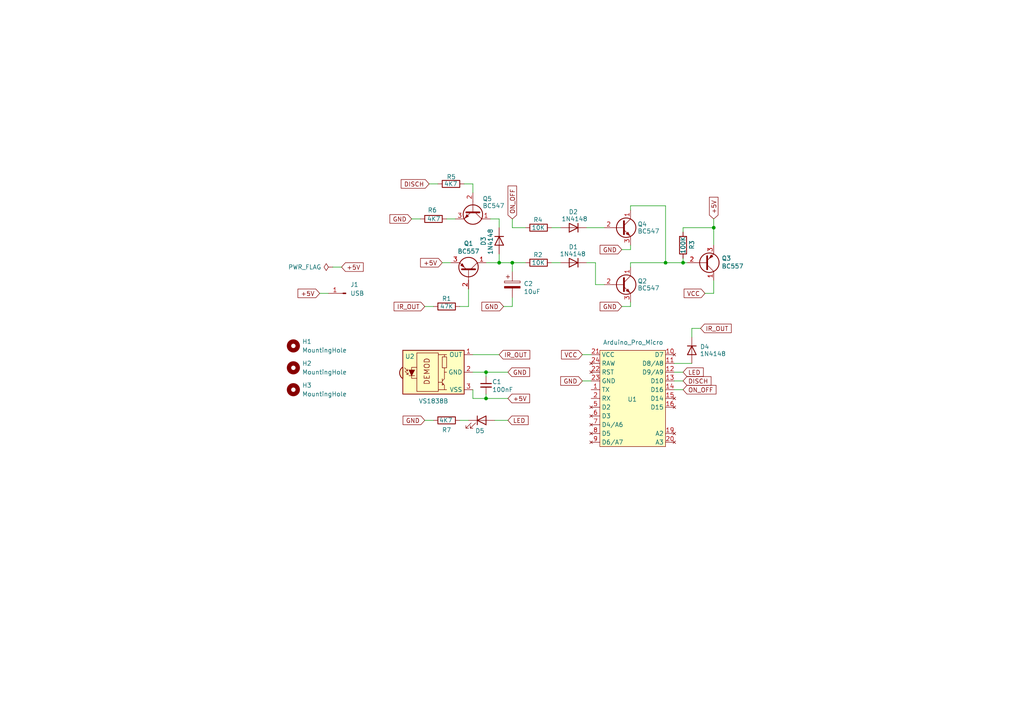
<source format=kicad_sch>
(kicad_sch (version 20250114) (generator "eeschema") (generator_version "9.0")
  (paper "A4")
  (lib_symbols
    (symbol "Connector:Conn_01x01_Pin" (pin_names (offset 1.016) (hide yes))
      (property "Reference" "J" (at 0 2.54 0))
      (property "Value" "Conn_01x01_Pin" (at 0 -2.54 0))
      (symbol "Conn_01x01_Pin_1_1"
        (rectangle (start 0.8636 0.127) (end 0 -0.127) (stroke (width 0.1524)) (fill (type outline)))
        (polyline (pts (xy 1.27 0) (xy 0.8636 0)) (stroke (width 0.1524)))
        (pin passive line (at 5.08 0 180) (length 3.81) (name "Pin_1") (number "1"))
      )
    )
    (symbol "Custom:VS1838B"
      (property "Reference" "U2" (at -8.128 4.572 0))
      (property "Value" "VS1838B" (at -1.27 -8.382 0))
      (symbol "VS1838B_0_0"
        (arc (start -10.287 -1.778) (mid -11.0899 -0.1905) (end -10.287 1.397) (stroke (width 0.254)) (fill (type background)))
        (polyline (pts (xy 1.905 5.08) (xy 0.127 5.08)))
        (polyline (pts (xy 1.905 -5.08) (xy 0.127 -5.08)))
        (text "DEMOD" (at -3.175 0.254 900) (effects (font (size 1.524 1.524))))
      )
      (symbol "VS1838B_0_1"
        (polyline (pts (xy -8.763 0.381) (xy -9.652 1.27)))
        (polyline (pts (xy -8.763 0.381) (xy -9.271 0.381)))
        (polyline (pts (xy -8.763 0.381) (xy -8.763 0.889)))
        (polyline (pts (xy -8.636 -0.635) (xy -9.525 0.254)))
        (polyline (pts (xy -8.636 -0.635) (xy -9.144 -0.635)))
        (polyline (pts (xy -8.636 -0.635) (xy -8.636 -0.127)))
        (polyline (pts (xy -8.382 0.635) (xy -6.731 0.635) (xy -7.62 -1.016) (xy -8.382 0.635)) (fill (type outline)))
        (polyline (pts (xy -8.382 -1.016) (xy -6.731 -1.016)))
        (rectangle (start -6.096 5.588) (end 0.127 -5.588))
        (polyline (pts (xy -6.096 1.397) (xy -7.62 1.397) (xy -7.62 -1.778) (xy -6.096 -1.778)))
        (polyline (pts (xy 1.27 -1.905) (xy 1.27 -3.81)))
        (polyline (pts (xy 1.27 -2.54) (xy 1.905 -1.905) (xy 1.905 0) (xy 2.54 0)))
        (polyline (pts (xy 1.27 -2.921) (xy 0.127 -2.921)))
        (polyline (pts (xy 1.27 -3.175) (xy 1.905 -3.81) (xy 1.905 -5.08) (xy 2.54 -5.08)))
        (polyline (pts (xy 1.397 -3.556) (xy 1.524 -3.556)))
        (polyline (pts (xy 1.651 -3.556) (xy 1.524 -3.556)))
        (polyline (pts (xy 1.651 -3.556) (xy 1.651 -3.302)))
        (polyline (pts (xy 1.905 4.445) (xy 1.905 5.08) (xy 2.54 5.08)))
        (polyline (pts (xy 1.905 0) (xy 1.905 1.27)))
        (rectangle (start 2.54 1.27) (end 1.27 4.445))
        (rectangle (start 7.62 6.35) (end -10.16 -6.35) (stroke (width 0.254)) (fill (type background)))
      )
      (symbol "VS1838B_1_1"
        (pin output line (at 10.16 5.08 180) (length 2.54) (name "OUT") (number "1"))
        (pin passive line (at 10.16 0 180) (length 2.54) (name "GND") (number "2"))
        (pin power_in line (at 10.16 -5.08 180) (length 2.54) (name "VSS") (number "3"))
      )
    )
    (symbol "D_1" (pin_numbers (hide yes)) (pin_names (offset 1.016) (hide yes))
      (property "Reference" "D5" (at -1.27 -3.048 0))
      (property "Value" "1N5817" (at -3.302 -5.334 0))
      (symbol "D_1_0_1"
        (polyline (pts (xy -1.27 1.27) (xy -1.27 -1.27)) (stroke (width 0.254)))
        (polyline (pts (xy 1.27 1.27) (xy 1.27 -1.27) (xy -1.27 0) (xy 1.27 1.27)) (stroke (width 0.254)))
        (polyline (pts (xy 1.27 0) (xy -1.27 0)))
      )
      (symbol "D_1_1_1"
        (pin passive line (at -3.81 0 0) (length 2.54) (name "K") (number "1"))
        (pin passive line (at 3.81 0 180) (length 2.54) (name "A") (number "2"))
      )
    )
    (symbol "Device:C_Polarized" (pin_numbers (hide yes)) (pin_names (offset 0.254))
      (property "Reference" "C" (at 0.635 2.54 0))
      (property "Value" "C_Polarized" (at 0.635 -2.54 0))
      (symbol "C_Polarized_0_1"
        (rectangle (start -2.286 0.508) (end 2.286 1.016))
        (polyline (pts (xy -1.778 2.286) (xy -0.762 2.286)))
        (polyline (pts (xy -1.27 2.794) (xy -1.27 1.778)))
        (rectangle (start 2.286 -0.508) (end -2.286 -1.016) (fill (type outline)))
      )
      (symbol "C_Polarized_1_1"
        (pin passive line (at 0 3.81 270) (length 2.794) (name "~") (number "1"))
        (pin passive line (at 0 -3.81 90) (length 2.794) (name "~") (number "2"))
      )
    )
    (symbol "Device:D" (pin_numbers (hide yes)) (pin_names (offset 1.016) (hide yes))
      (property "Reference" "D" (at 0 2.54 0))
      (property "Value" "D" (at 0 -2.54 0))
      (symbol "D_0_1"
        (polyline (pts (xy -1.27 1.27) (xy -1.27 -1.27)) (stroke (width 0.254)))
        (polyline (pts (xy 1.27 1.27) (xy 1.27 -1.27) (xy -1.27 0) (xy 1.27 1.27)) (stroke (width 0.254)))
        (polyline (pts (xy 1.27 0) (xy -1.27 0)))
      )
      (symbol "D_1_1"
        (pin passive line (at -3.81 0 0) (length 2.54) (name "K") (number "1"))
        (pin passive line (at 3.81 0 180) (length 2.54) (name "A") (number "2"))
      )
    )
    (symbol "Device:LED" (pin_numbers (hide yes)) (pin_names (offset 1.016) (hide yes))
      (property "Reference" "D" (at 0 2.54 0))
      (property "Value" "LED" (at 0 -2.54 0))
      (symbol "LED_0_1"
        (polyline (pts (xy -3.048 -0.762) (xy -4.572 -2.286) (xy -3.81 -2.286) (xy -4.572 -2.286) (xy -4.572 -1.524)))
        (polyline (pts (xy -1.778 -0.762) (xy -3.302 -2.286) (xy -2.54 -2.286) (xy -3.302 -2.286) (xy -3.302 -1.524)))
        (polyline (pts (xy -1.27 0) (xy 1.27 0)))
        (polyline (pts (xy -1.27 -1.27) (xy -1.27 1.27)) (stroke (width 0.254)))
        (polyline (pts (xy 1.27 -1.27) (xy 1.27 1.27) (xy -1.27 0) (xy 1.27 -1.27)) (stroke (width 0.254)))
      )
      (symbol "LED_1_1"
        (pin passive line (at -3.81 0 0) (length 2.54) (name "K") (number "1"))
        (pin passive line (at 3.81 0 180) (length 2.54) (name "A") (number "2"))
      )
    )
    (symbol "Device:R" (pin_numbers (hide yes)) (pin_names (offset 0))
      (property "Reference" "R" (at 2.032 0 90))
      (property "Value" "R" (at 0 0 90))
      (symbol "R_0_1"
        (rectangle (start -1.016 -2.54) (end 1.016 2.54) (stroke (width 0.254)))
      )
      (symbol "R_1_1"
        (pin passive line (at 0 3.81 270) (length 1.27) (name "~") (number "1"))
        (pin passive line (at 0 -3.81 90) (length 1.27) (name "~") (number "2"))
      )
    )
    (symbol "Mechanical:MountingHole" (pin_names (offset 1.016)) (in_bom no)
      (property "Reference" "H" (at 0 5.08 0))
      (property "Value" "MountingHole" (at 0 3.175 0))
      (symbol "MountingHole_0_1"
        (circle (center 0 0) (radius 1.27) (stroke (width 1.27)))
      )
    )
    (symbol "PCM_SparkFun-Board:ProMicroC"
      (property "Reference" "U1" (at 9.398 -15.494 0))
      (property "Value" "Arduino_Pro_Micro" (at 9.652 1.016 0))
      (symbol "ProMicroC_1_1"
        (rectangle (start 0 -1.27) (end 19.05 -29.21) (fill (type background)))
        (pin input line (at -2.54 -2.54 0) (length 2.54) (name "VCC") (number "21"))
        (pin no_connect line (at -2.54 -5.08 0) (length 2.54) (name "RAW") (number "24"))
        (pin no_connect line (at -2.54 -7.62 0) (length 2.54) (name "RST") (number "22"))
        (pin passive line (at -2.54 -10.16 0) (length 2.54) (name "GND") (number "23"))
        (pin passive line (at -2.54 -10.16 0) (length 2.54) (hide yes) (name "GND") (number "3"))
        (pin passive line (at -2.54 -10.16 0) (length 2.54) (hide yes) (name "GND") (number "4"))
        (pin free line (at -2.54 -12.7 0) (length 2.54) (name "TX") (number "1"))
        (pin free line (at -2.54 -15.24 0) (length 2.54) (name "RX") (number "2"))
        (pin no_connect line (at -2.54 -17.78 0) (length 2.54) (name "D2") (number "5"))
        (pin no_connect line (at -2.54 -20.32 0) (length 2.54) (name "D3") (number "6"))
        (pin no_connect line (at -2.54 -22.86 0) (length 2.54) (name "D4/A6") (number "7"))
        (pin no_connect line (at -2.54 -25.4 0) (length 2.54) (name "D5") (number "8"))
        (pin no_connect line (at -2.54 -27.94 0) (length 2.54) (name "D6/A7") (number "9"))
        (pin no_connect line (at 21.59 -2.54 180) (length 2.54) (name "D7") (number "10"))
        (pin bidirectional line (at 21.59 -5.08 180) (length 2.54) (name "D8/A8") (number "11"))
        (pin bidirectional line (at 21.59 -7.62 180) (length 2.54) (name "D9/A9") (number "12"))
        (pin bidirectional line (at 21.59 -10.16 180) (length 2.54) (name "D10") (number "13"))
        (pin bidirectional line (at 21.59 -12.7 180) (length 2.54) (name "D16") (number "14"))
        (pin no_connect line (at 21.59 -15.24 180) (length 2.54) (name "D14") (number "15"))
        (pin no_connect line (at 21.59 -17.78 180) (length 2.54) (name "D15") (number "16"))
        (pin no_connect line (at 21.59 -25.4 180) (length 2.54) (name "A2") (number "19"))
        (pin no_connect line (at 21.59 -27.94 180) (length 2.54) (name "A3") (number "20"))
      )
    )
    (symbol "PCM_SparkFun-Capacitor:C" (pin_numbers (hide yes)) (pin_names (offset 0.254))
      (property "Reference" "C" (at 0.635 2.54 0))
      (property "Value" "C" (at 0.635 -2.54 0))
      (property "Voltage" "1kV" (at 0 -6.35 0))
      (property "Tolerance" "100%" (at 0 -8.89 0))
      (symbol "C_0_1"
        (polyline (pts (xy -1.524 0.508) (xy 1.524 0.508)) (stroke (width 0.3048)))
        (polyline (pts (xy -1.524 -0.508) (xy 1.524 -0.508)) (stroke (width 0.3302)))
      )
      (symbol "C_1_1"
        (pin passive line (at 0 2.54 270) (length 2.032) (name "~") (number "1"))
        (pin passive line (at 0 -2.54 90) (length 2.032) (name "~") (number "2"))
      )
    )
    (symbol "Transistor_BJT:BC547" (pin_names (offset 0) (hide yes))
      (property "Reference" "Q" (at 5.08 1.905 0))
      (property "Value" "BC547" (at 5.08 0 0))
      (symbol "BC547_0_1"
        (polyline (pts (xy -2.54 0) (xy 0.635 0)))
        (polyline (pts (xy 0.635 1.905) (xy 0.635 -1.905)) (stroke (width 0.508)))
        (circle (center 1.27 0) (radius 2.8194) (stroke (width 0.254)))
      )
      (symbol "BC547_1_1"
        (polyline (pts (xy 0.635 0.635) (xy 2.54 2.54)))
        (polyline (pts (xy 0.635 -0.635) (xy 2.54 -2.54)))
        (polyline (pts (xy 1.27 -1.778) (xy 1.778 -1.27) (xy 2.286 -2.286) (xy 1.27 -1.778)) (fill (type outline)))
        (pin input line (at -5.08 0 0) (length 2.54) (name "B") (number "2"))
        (pin passive line (at 2.54 5.08 270) (length 2.54) (name "C") (number "1"))
        (pin passive line (at 2.54 -5.08 90) (length 2.54) (name "E") (number "3"))
      )
    )
    (symbol "Transistor_BJT:BC557" (pin_names (offset 0) (hide yes))
      (property "Reference" "Q" (at 5.08 1.905 0))
      (property "Value" "BC557" (at 5.08 0 0))
      (symbol "BC557_0_1"
        (polyline (pts (xy -2.54 0) (xy 0.635 0)))
        (polyline (pts (xy 0.635 1.905) (xy 0.635 -1.905)) (stroke (width 0.508)))
        (polyline (pts (xy 0.635 0.635) (xy 2.54 2.54)))
        (polyline (pts (xy 0.635 -0.635) (xy 2.54 -2.54)))
        (circle (center 1.27 0) (radius 2.8194) (stroke (width 0.254)))
        (polyline (pts (xy 2.286 -1.778) (xy 1.778 -2.286) (xy 1.27 -1.27) (xy 2.286 -1.778)) (fill (type outline)))
      )
      (symbol "BC557_1_1"
        (pin input line (at -5.08 0 0) (length 2.54) (name "B") (number "2"))
        (pin passive line (at 2.54 5.08 270) (length 2.54) (name "C") (number "1"))
        (pin passive line (at 2.54 -5.08 90) (length 2.54) (name "E") (number "3"))
      )
    )
    (symbol "power:PWR_FLAG" (power) (pin_numbers (hide yes)) (pin_names (offset 0) (hide yes))
      (property "Value" "PWR_FLAG" (at 0 3.81 0))
      (symbol "PWR_FLAG_0_0"
        (pin power_out line (at 0 0 90) (length 0) (name "~") (number "1"))
      )
      (symbol "PWR_FLAG_0_1"
        (polyline (pts (xy 0 0) (xy 0 1.27) (xy -1.016 1.905) (xy 0 2.54) (xy 1.016 1.905) (xy 0 1.27)))
      )
    )
  )
  (junction (at 193.04 76.2))
  (junction (at 207.01 66.04))
  (junction (at 198.12 76.2))
  (junction (at 148.59 76.2))
  (junction (at 140.97 115.57))
  (junction (at 144.78 76.2))
  (junction (at 140.97 107.95))
  (wire (pts (xy 182.88 60.96) (xy 182.88 59.69)))
  (wire (pts (xy 147.32 107.95) (xy 140.97 107.95)))
  (wire (pts (xy 148.59 86.36) (xy 148.59 88.9)))
  (wire (pts (xy 200.66 95.25) (xy 203.2 95.25)))
  (wire (pts (xy 148.59 66.04) (xy 152.4 66.04)))
  (wire (pts (xy 193.04 76.2) (xy 198.12 76.2)))
  (wire (pts (xy 172.72 82.55) (xy 175.26 82.55)))
  (wire (pts (xy 204.47 85.09) (xy 207.01 85.09)))
  (wire (pts (xy 198.12 110.49) (xy 195.58 110.49)))
  (wire (pts (xy 135.89 121.92) (xy 133.35 121.92)))
  (wire (pts (xy 119.38 63.5) (xy 121.92 63.5)))
  (wire (pts (xy 198.12 113.03) (xy 195.58 113.03)))
  (wire (pts (xy 146.05 88.9) (xy 148.59 88.9)))
  (wire (pts (xy 144.78 73.66) (xy 144.78 76.2)))
  (wire (pts (xy 180.34 88.9) (xy 182.88 88.9)))
  (wire (pts (xy 207.01 81.28) (xy 207.01 85.09)))
  (wire (pts (xy 182.88 72.39) (xy 182.88 71.12)))
  (wire (pts (xy 207.01 63.5) (xy 207.01 66.04)))
  (wire (pts (xy 160.02 76.2) (xy 162.56 76.2)))
  (wire (pts (xy 182.88 76.2) (xy 193.04 76.2)))
  (wire (pts (xy 140.97 76.2) (xy 144.78 76.2)))
  (wire (pts (xy 172.72 82.55) (xy 172.72 76.2)))
  (wire (pts (xy 133.35 88.9) (xy 135.89 88.9)))
  (wire (pts (xy 147.32 115.57) (xy 140.97 115.57)))
  (wire (pts (xy 182.88 59.69) (xy 193.04 59.69)))
  (wire (pts (xy 193.04 59.69) (xy 193.04 76.2)))
  (wire (pts (xy 198.12 66.04) (xy 207.01 66.04)))
  (wire (pts (xy 168.91 102.87) (xy 171.45 102.87)))
  (wire (pts (xy 198.12 67.31) (xy 198.12 66.04)))
  (wire (pts (xy 143.51 121.92) (xy 147.32 121.92)))
  (wire (pts (xy 129.54 63.5) (xy 132.08 63.5)))
  (wire (pts (xy 198.12 107.95) (xy 195.58 107.95)))
  (wire (pts (xy 144.78 63.5) (xy 144.78 66.04)))
  (wire (pts (xy 180.34 72.39) (xy 182.88 72.39)))
  (wire (pts (xy 182.88 87.63) (xy 182.88 88.9)))
  (wire (pts (xy 148.59 63.5) (xy 148.59 66.04)))
  (wire (pts (xy 168.91 110.49) (xy 171.45 110.49)))
  (wire (pts (xy 92.71 85.09) (xy 95.25 85.09)))
  (wire (pts (xy 137.16 115.57) (xy 137.16 113.03)))
  (wire (pts (xy 140.97 109.22) (xy 140.97 107.95)))
  (wire (pts (xy 144.78 63.5) (xy 142.24 63.5)))
  (wire (pts (xy 96.52 77.47) (xy 99.06 77.47)))
  (wire (pts (xy 207.01 66.04) (xy 207.01 71.12)))
  (wire (pts (xy 198.12 76.2) (xy 199.39 76.2)))
  (wire (pts (xy 128.27 76.2) (xy 130.81 76.2)))
  (wire (pts (xy 123.19 88.9) (xy 125.73 88.9)))
  (wire (pts (xy 144.78 76.2) (xy 148.59 76.2)))
  (wire (pts (xy 148.59 76.2) (xy 148.59 78.74)))
  (wire (pts (xy 135.89 88.9) (xy 135.89 83.82)))
  (wire (pts (xy 137.16 115.57) (xy 140.97 115.57)))
  (wire (pts (xy 148.59 76.2) (xy 152.4 76.2)))
  (wire (pts (xy 137.16 107.95) (xy 140.97 107.95)))
  (wire (pts (xy 200.66 95.25) (xy 200.66 97.79)))
  (wire (pts (xy 182.88 77.47) (xy 182.88 76.2)))
  (wire (pts (xy 134.62 53.34) (xy 137.16 53.34)))
  (wire (pts (xy 140.97 115.57) (xy 140.97 114.3)))
  (wire (pts (xy 144.78 102.87) (xy 137.16 102.87)))
  (wire (pts (xy 123.19 121.92) (xy 125.73 121.92)))
  (wire (pts (xy 137.16 53.34) (xy 137.16 55.88)))
  (wire (pts (xy 160.02 66.04) (xy 162.56 66.04)))
  (wire (pts (xy 195.58 105.41) (xy 200.66 105.41)))
  (wire (pts (xy 124.46 53.34) (xy 127 53.34)))
  (wire (pts (xy 170.18 66.04) (xy 175.26 66.04)))
  (wire (pts (xy 172.72 76.2) (xy 170.18 76.2)))
  (wire (pts (xy 198.12 74.93) (xy 198.12 76.2)))
  (global_label "ON_OFF" (shape input) (at 198.12 113.03 0) (property "Intersheetrefs" "${INTERSHEET_REFS}" (effects (hide yes))))
  (global_label "GND" (shape input) (at 180.34 72.39 180) (property "Intersheetrefs" "${INTERSHEET_REFS}" (effects (hide yes))))
  (global_label "LED" (shape input) (at 198.12 107.95 0) (property "Intersheetrefs" "${INTERSHEET_REFS}" (effects (hide yes))))
  (global_label "ON_OFF" (shape input) (at 148.59 63.5 90) (property "Intersheetrefs" "${INTERSHEET_REFS}" (effects (hide yes))))
  (global_label "+5V" (shape input) (at 128.27 76.2 180) (property "Intersheetrefs" "${INTERSHEET_REFS}" (effects (hide yes))))
  (global_label "IR_OUT" (shape input) (at 144.78 102.87 0) (property "Intersheetrefs" "${INTERSHEET_REFS}" (effects (hide yes))))
  (global_label "GND" (shape input) (at 147.32 107.95 0) (property "Intersheetrefs" "${INTERSHEET_REFS}" (effects (hide yes))))
  (global_label "+5V" (shape input) (at 147.32 115.57 0) (property "Intersheetrefs" "${INTERSHEET_REFS}" (effects (hide yes))))
  (global_label "GND" (shape input) (at 146.05 88.9 180) (property "Intersheetrefs" "${INTERSHEET_REFS}" (effects (hide yes))))
  (global_label "GND" (shape input) (at 119.38 63.5 180) (property "Intersheetrefs" "${INTERSHEET_REFS}" (effects (hide yes))))
  (global_label "IR_OUT" (shape input) (at 203.2 95.25 0) (property "Intersheetrefs" "${INTERSHEET_REFS}" (effects (hide yes))))
  (global_label "+5V" (shape input) (at 207.01 63.5 90) (property "Intersheetrefs" "${INTERSHEET_REFS}" (effects (hide yes))))
  (global_label "VCC" (shape input) (at 168.91 102.87 180) (property "Intersheetrefs" "${INTERSHEET_REFS}" (effects (hide yes))))
  (global_label "+5V" (shape input) (at 99.06 77.47 0) (property "Intersheetrefs" "${INTERSHEET_REFS}" (effects (hide yes))))
  (global_label "DISCH" (shape input) (at 124.46 53.34 180) (property "Intersheetrefs" "${INTERSHEET_REFS}" (effects (hide yes))))
  (global_label "IR_OUT" (shape input) (at 123.19 88.9 180) (property "Intersheetrefs" "${INTERSHEET_REFS}" (effects (hide yes))))
  (global_label "DISCH" (shape input) (at 198.12 110.49 0) (property "Intersheetrefs" "${INTERSHEET_REFS}" (effects (hide yes))))
  (global_label "+5V" (shape input) (at 92.71 85.09 180) (property "Intersheetrefs" "${INTERSHEET_REFS}" (effects (hide yes))))
  (global_label "LED" (shape input) (at 147.32 121.92 0) (property "Intersheetrefs" "${INTERSHEET_REFS}" (effects (hide yes))))
  (global_label "GND" (shape input) (at 168.91 110.49 180) (property "Intersheetrefs" "${INTERSHEET_REFS}" (effects (hide yes))))
  (global_label "GND" (shape input) (at 123.19 121.92 180) (property "Intersheetrefs" "${INTERSHEET_REFS}" (effects (hide yes))))
  (global_label "VCC" (shape input) (at 204.47 85.09 180) (property "Intersheetrefs" "${INTERSHEET_REFS}" (effects (hide yes))))
  (global_label "GND" (shape input) (at 180.34 88.9 180) (property "Intersheetrefs" "${INTERSHEET_REFS}" (effects (hide yes))))
  (symbol (lib_id "Connector:Conn_01x01_Pin") (at 100.33 85.09 180) (unit 1)
    (property "Reference" "J1" (at 101.6 82.5499 0) (effects (justify right)))
    (property "Value" "USB" (at 101.6 85.0899 0) (effects (justify right)))
    (property "Footprint" "Connector_Pin:Pin_D1.2mm_L11.3mm_W3.0mm_Flat" (effects (hide yes)))
    (property "Description" "Generic connector, single row, 01x01, script generated" (effects (hide yes)))
  )
  (symbol (lib_id "Device:R") (at 156.21 66.04 270) (unit 1)
    (property "Reference" "R4" (at 154.686 63.754 90) (effects (justify left)))
    (property "Value" "10K" (at 154.178 66.04 90) (effects (justify left)))
    (property "Footprint" "Resistor_THT:R_Axial_DIN0207_L6.3mm_D2.5mm_P2.54mm_Vertical" (effects (hide yes)))
    (property "Description" "Resistor" (effects (hide yes)))
  )
  (symbol (lib_name "D_1") (lib_id "Device:D") (at 200.66 101.6 90) (mirror x) (unit 1)
    (property "Reference" "D4" (at 205.74 100.584 90) (effects (justify left)))
    (property "Value" "1N4148" (at 210.566 102.616 90) (effects (justify left)))
    (property "Footprint" "Diode_THT:D_DO-35_SOD27_P7.62mm_Horizontal" (effects (hide yes)))
    (property "Description" "Diode" (effects (hide yes)))
    (property "Sim.Device" "D" (effects (hide yes)))
    (property "Sim.Pins" "1=K 2=A" (effects (hide yes)))
  )
  (symbol (lib_id "PCM_SparkFun-Board:ProMicroC") (at 173.99 100.33 0) (unit 1)
    (property "Reference" "U1" (at 183.388 115.824 0))
    (property "Value" "Arduino_Pro_Micro" (at 183.642 99.314 0))
    (property "Footprint" "Custom:Arduino_Pro_Micro" (effects (hide yes)))
    (property "Datasheet" "https://www.sparkfun.com/products/15795" (effects (hide yes)))
  )
  (symbol (lib_id "Device:LED") (at 139.7 121.92 0) (unit 1)
    (property "Reference" "D5" (at 139.192 124.968 0))
    (property "Value" "LED" (effects (hide yes)))
    (property "Footprint" "LED_THT:LED_D5.0mm" (effects (hide yes)))
    (property "Description" "Light emitting diode" (effects (hide yes)))
    (property "Sim.Pins" "1=K 2=A" (effects (hide yes)))
  )
  (symbol (lib_id "Device:D") (at 144.78 69.85 270) (unit 1)
    (property "Reference" "D3" (at 140.208 68.58 0) (effects (justify left)))
    (property "Value" "1N4148" (at 142.24 66.294 0) (effects (justify left)))
    (property "Footprint" "Diode_THT:D_DO-35_SOD27_P7.62mm_Horizontal" (effects (hide yes)))
    (property "Description" "Diode" (effects (hide yes)))
    (property "Sim.Device" "D" (effects (hide yes)))
    (property "Sim.Pins" "1=K 2=A" (effects (hide yes)))
  )
  (symbol (lib_id "Transistor_BJT:BC557") (at 204.47 76.2 0) (mirror x) (unit 1)
    (property "Reference" "Q3" (at 209.296 74.93 0) (effects (justify left)))
    (property "Value" "BC557" (at 209.296 77.216 0) (effects (justify left)))
    (property "Footprint" "Package_TO_SOT_THT:TO-92_Inline_Wide" (effects (hide yes)))
    (property "Datasheet" "https://www.onsemi.com/pub/Collateral/BC556BTA-D.pdf" (effects (hide yes)))
    (property "Description" "0.1A Ic, 45V Vce, PNP Small Signal Transistor, TO-92" (effects (hide yes)))
  )
  (symbol (lib_id "Device:R") (at 129.54 88.9 90) (unit 1)
    (property "Reference" "R1" (at 129.54 86.614 90))
    (property "Value" "47K" (at 129.54 88.9 90))
    (property "Footprint" "Resistor_THT:R_Axial_DIN0207_L6.3mm_D2.5mm_P2.54mm_Vertical" (effects (hide yes)))
    (property "Description" "Resistor" (effects (hide yes)))
  )
  (symbol (lib_id "Mechanical:MountingHole") (at 85.09 100.33 0) (unit 1) (in_bom no)
    (property "Reference" "H1" (at 87.63 99.0599 0) (effects (justify left)))
    (property "Value" "MountingHole" (at 87.63 101.5999 0) (effects (justify left)))
    (property "Footprint" "MountingHole:MountingHole_2.2mm_M2_ISO7380" (effects (hide yes)))
    (property "Description" "Mounting Hole without connection" (effects (hide yes)))
  )
  (symbol (lib_id "Transistor_BJT:BC547") (at 180.34 82.55 0) (unit 1)
    (property "Reference" "Q2" (at 184.912 81.534 0) (effects (justify left)))
    (property "Value" "BC547" (at 184.912 83.566 0) (effects (justify left)))
    (property "Footprint" "Package_TO_SOT_THT:TO-92_Inline_Wide" (effects (hide yes)))
    (property "Datasheet" "https://www.onsemi.com/pub/Collateral/BC550-D.pdf" (effects (hide yes)))
    (property "Description" "0.1A Ic, 45V Vce, Small Signal NPN Transistor, TO-92" (effects (hide yes)))
  )
  (symbol (lib_id "Transistor_BJT:BC547") (at 137.16 60.96 270) (unit 1)
    (property "Reference" "Q5" (at 139.954 57.658 90) (effects (justify left)))
    (property "Value" "BC547" (at 139.954 59.69 90) (effects (justify left)))
    (property "Footprint" "Package_TO_SOT_THT:TO-92_Inline_Wide" (effects (hide yes)))
    (property "Datasheet" "https://www.onsemi.com/pub/Collateral/BC550-D.pdf" (effects (hide yes)))
    (property "Description" "0.1A Ic, 45V Vce, Small Signal NPN Transistor, TO-92" (effects (hide yes)))
  )
  (symbol (lib_id "Mechanical:MountingHole") (at 85.09 113.03 0) (unit 1) (in_bom no)
    (property "Reference" "H3" (at 87.63 111.7599 0) (effects (justify left)))
    (property "Value" "MountingHole" (at 87.63 114.2999 0) (effects (justify left)))
    (property "Footprint" "MountingHole:MountingHole_2.2mm_M2_ISO7380" (effects (hide yes)))
    (property "Description" "Mounting Hole without connection" (effects (hide yes)))
  )
  (symbol (lib_id "Device:R") (at 156.21 76.2 270) (unit 1)
    (property "Reference" "R2" (at 154.686 73.914 90) (effects (justify left)))
    (property "Value" "10K" (at 154.178 76.2 90) (effects (justify left)))
    (property "Footprint" "Resistor_THT:R_Axial_DIN0204_L3.6mm_D1.6mm_P5.08mm_Horizontal" (effects (hide yes)))
    (property "Description" "Resistor" (effects (hide yes)))
  )
  (symbol (lib_id "Device:R") (at 125.73 63.5 90) (unit 1)
    (property "Reference" "R6" (at 126.746 60.96 90) (effects (justify left)))
    (property "Value" "4K7" (at 127.762 63.5 90) (effects (justify left)))
    (property "Footprint" "Resistor_THT:R_Axial_DIN0207_L6.3mm_D2.5mm_P2.54mm_Vertical" (effects (hide yes)))
    (property "Description" "Resistor" (effects (hide yes)))
  )
  (symbol (lib_id "Transistor_BJT:BC547") (at 180.34 66.04 0) (unit 1)
    (property "Reference" "Q4" (at 184.912 65.024 0) (effects (justify left)))
    (property "Value" "BC547" (at 184.912 67.056 0) (effects (justify left)))
    (property "Footprint" "Package_TO_SOT_THT:TO-92_Inline_Wide" (effects (hide yes)))
    (property "Datasheet" "https://www.onsemi.com/pub/Collateral/BC550-D.pdf" (effects (hide yes)))
    (property "Description" "0.1A Ic, 45V Vce, Small Signal NPN Transistor, TO-92" (effects (hide yes)))
  )
  (symbol (lib_id "Transistor_BJT:BC557") (at 135.89 78.74 270) (mirror x) (unit 1)
    (property "Reference" "Q1" (at 135.89 70.612 90))
    (property "Value" "BC557" (at 135.89 72.898 90))
    (property "Footprint" "Package_TO_SOT_THT:TO-92_Inline_Wide" (effects (hide yes)))
    (property "Datasheet" "https://www.onsemi.com/pub/Collateral/BC556BTA-D.pdf" (effects (hide yes)))
    (property "Description" "0.1A Ic, 45V Vce, PNP Small Signal Transistor, TO-92" (effects (hide yes)))
  )
  (symbol (lib_id "Device:C_Polarized") (at 148.59 82.55 0) (unit 1)
    (property "Reference" "C2" (at 151.892 82.296 0) (effects (justify left)))
    (property "Value" "10uF" (at 151.892 84.582 0) (effects (justify left)))
    (property "Footprint" "Capacitor_THT:CP_Radial_D5.0mm_P2.50mm" (effects (hide yes)))
    (property "Description" "Polarized capacitor" (effects (hide yes)))
  )
  (symbol (lib_id "Custom:VS1838B") (at 127 107.95 0) (unit 1)
    (property "Reference" "U2" (at 118.872 103.378 0))
    (property "Value" "VS1838B" (at 125.73 116.332 0))
    (property "Footprint" "OptoDevice:Vishay_MINICAST-3Pin" (effects (hide yes)))
    (property "Datasheet" "Datasheet not available" (effects (hide yes)))
    (property "Description" "IR Sensor for Remote Control Systems" (effects (hide yes)))
  )
  (symbol (lib_id "Device:R") (at 129.54 121.92 270) (unit 1)
    (property "Reference" "R7" (at 129.54 124.714 90))
    (property "Value" "4K7" (at 129.286 121.92 90))
    (property "Footprint" "Resistor_THT:R_Axial_DIN0204_L3.6mm_D1.6mm_P7.62mm_Horizontal" (effects (hide yes)))
    (property "Description" "Resistor" (effects (hide yes)))
  )
  (symbol (lib_id "Device:R") (at 130.81 53.34 270) (unit 1)
    (property "Reference" "R5" (at 129.54 51.308 90) (effects (justify left)))
    (property "Value" "4K7" (at 128.778 53.34 90) (effects (justify left)))
    (property "Footprint" "Resistor_THT:R_Axial_DIN0207_L6.3mm_D2.5mm_P2.54mm_Vertical" (effects (hide yes)))
    (property "Description" "Resistor" (effects (hide yes)))
  )
  (symbol (lib_id "Device:D") (at 166.37 66.04 180) (unit 1)
    (property "Reference" "D2" (at 167.64 61.468 0) (effects (justify left)))
    (property "Value" "1N4148" (at 170.434 63.5 0) (effects (justify left)))
    (property "Footprint" "Diode_THT:D_DO-35_SOD27_P7.62mm_Horizontal" (effects (hide yes)))
    (property "Description" "Diode" (effects (hide yes)))
    (property "Sim.Device" "D" (effects (hide yes)))
    (property "Sim.Pins" "1=K 2=A" (effects (hide yes)))
  )
  (symbol (lib_id "power:PWR_FLAG") (at 96.52 77.47 90) (unit 1)
    (property "Reference" "#FLG01" (effects (hide yes)))
    (property "Value" "PWR_FLAG" (at 93.218 77.47 90) (effects (justify left)))
    (property "Description" "Special symbol for telling ERC where power comes from" (effects (hide yes)))
  )
  (symbol (lib_id "Device:D") (at 166.37 76.2 180) (unit 1)
    (property "Reference" "D1" (at 167.64 71.628 0) (effects (justify left)))
    (property "Value" "1N4148" (at 169.926 73.66 0) (effects (justify left)))
    (property "Footprint" "Diode_THT:D_DO-35_SOD27_P7.62mm_Horizontal" (effects (hide yes)))
    (property "Description" "Diode" (effects (hide yes)))
    (property "Sim.Device" "D" (effects (hide yes)))
    (property "Sim.Pins" "1=K 2=A" (effects (hide yes)))
  )
  (symbol (lib_id "PCM_SparkFun-Capacitor:C") (at 140.97 111.76 0) (unit 1)
    (property "Reference" "C1" (at 142.748 110.744 0) (effects (justify left)))
    (property "Value" "100nF" (at 142.748 113.03 0) (effects (justify left)))
    (property "Footprint" "Capacitor_THT:C_Disc_D6.0mm_W2.5mm_P5.00mm" (effects (hide yes)))
    (property "Datasheet" "https://cdn.sparkfun.com/assets/8/a/4/a/5/Kemet_Capacitor_Datasheet.pdf" (effects (hide yes)))
    (property "Description" "Unpolarized capacitor" (effects (hide yes)))
    (property "PROD_ID" "CAP-00000" (effects (hide yes)))
    (property "Voltage" "1kV" (effects (hide yes)))
    (property "Tolerance" "100%" (effects (hide yes)))
  )
  (symbol (lib_id "Mechanical:MountingHole") (at 85.09 106.68 0) (unit 1) (in_bom no)
    (property "Reference" "H2" (at 87.63 105.4099 0) (effects (justify left)))
    (property "Value" "MountingHole" (at 87.63 107.9499 0) (effects (justify left)))
    (property "Footprint" "MountingHole:MountingHole_2.2mm_M2_ISO7380" (effects (hide yes)))
    (property "Description" "Mounting Hole without connection" (effects (hide yes)))
  )
  (symbol (lib_id "Device:R") (at 198.12 71.12 0) (unit 1)
    (property "Reference" "R3" (at 200.66 72.39 90) (effects (justify left)))
    (property "Value" "100K" (at 198.12 73.66 90) (effects (justify left)))
    (property "Footprint" "Resistor_THT:R_Axial_DIN0207_L6.3mm_D2.5mm_P2.54mm_Vertical" (effects (hide yes)))
    (property "Description" "Resistor" (effects (hide yes)))
  )
)
</source>
